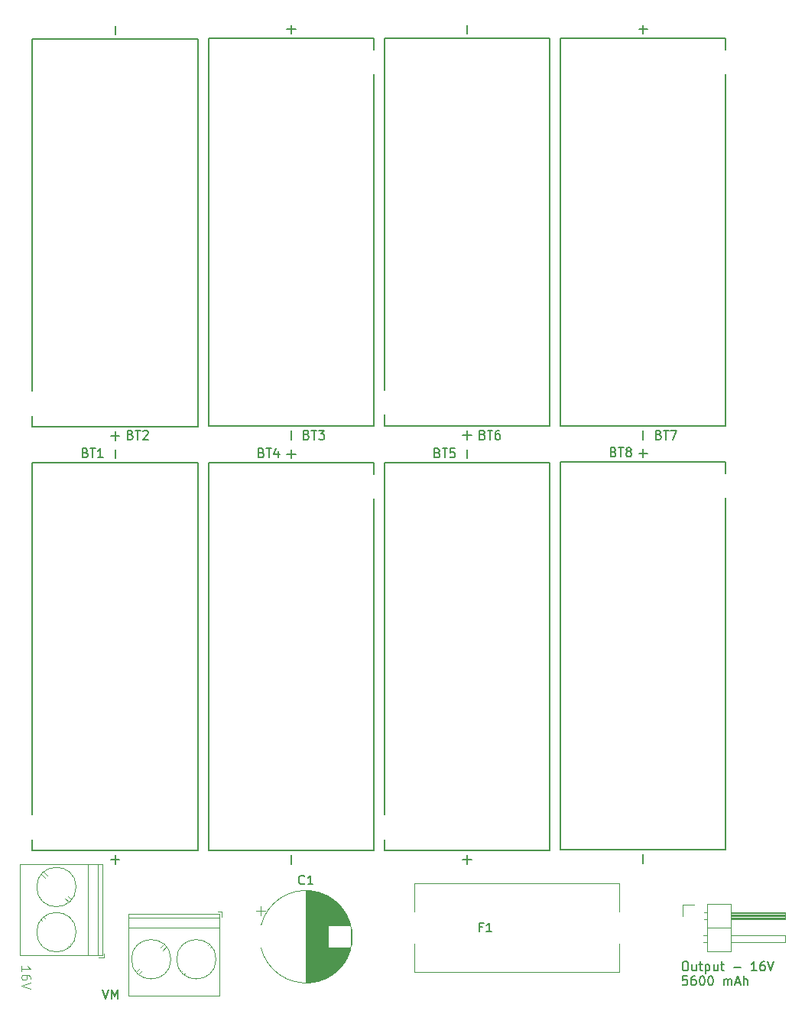
<source format=gbr>
%TF.GenerationSoftware,KiCad,Pcbnew,8.0.2*%
%TF.CreationDate,2024-06-24T22:12:58+02:00*%
%TF.ProjectId,Robo_V2.1,526f626f-5f56-4322-9e31-2e6b69636164,rev?*%
%TF.SameCoordinates,Original*%
%TF.FileFunction,Legend,Top*%
%TF.FilePolarity,Positive*%
%FSLAX46Y46*%
G04 Gerber Fmt 4.6, Leading zero omitted, Abs format (unit mm)*
G04 Created by KiCad (PCBNEW 8.0.2) date 2024-06-24 22:12:58*
%MOMM*%
%LPD*%
G01*
G04 APERTURE LIST*
%ADD10C,0.200000*%
%ADD11C,0.100000*%
%ADD12C,0.150000*%
%ADD13C,0.127000*%
%ADD14C,0.120000*%
G04 APERTURE END LIST*
D10*
X110095238Y-158367219D02*
X110428571Y-159367219D01*
X110428571Y-159367219D02*
X110761904Y-158367219D01*
X111095238Y-159367219D02*
X111095238Y-158367219D01*
X111095238Y-158367219D02*
X111428571Y-159081504D01*
X111428571Y-159081504D02*
X111761904Y-158367219D01*
X111761904Y-158367219D02*
X111761904Y-159367219D01*
D11*
X101127580Y-156327693D02*
X101127580Y-155756265D01*
X101127580Y-156041979D02*
X102127580Y-156041979D01*
X102127580Y-156041979D02*
X101984723Y-155946741D01*
X101984723Y-155946741D02*
X101889485Y-155851503D01*
X101889485Y-155851503D02*
X101841866Y-155756265D01*
X102127580Y-157184836D02*
X102127580Y-156994360D01*
X102127580Y-156994360D02*
X102079961Y-156899122D01*
X102079961Y-156899122D02*
X102032342Y-156851503D01*
X102032342Y-156851503D02*
X101889485Y-156756265D01*
X101889485Y-156756265D02*
X101699009Y-156708646D01*
X101699009Y-156708646D02*
X101318057Y-156708646D01*
X101318057Y-156708646D02*
X101222819Y-156756265D01*
X101222819Y-156756265D02*
X101175200Y-156803884D01*
X101175200Y-156803884D02*
X101127580Y-156899122D01*
X101127580Y-156899122D02*
X101127580Y-157089598D01*
X101127580Y-157089598D02*
X101175200Y-157184836D01*
X101175200Y-157184836D02*
X101222819Y-157232455D01*
X101222819Y-157232455D02*
X101318057Y-157280074D01*
X101318057Y-157280074D02*
X101556152Y-157280074D01*
X101556152Y-157280074D02*
X101651390Y-157232455D01*
X101651390Y-157232455D02*
X101699009Y-157184836D01*
X101699009Y-157184836D02*
X101746628Y-157089598D01*
X101746628Y-157089598D02*
X101746628Y-156899122D01*
X101746628Y-156899122D02*
X101699009Y-156803884D01*
X101699009Y-156803884D02*
X101651390Y-156756265D01*
X101651390Y-156756265D02*
X101556152Y-156708646D01*
X102127580Y-157565789D02*
X101127580Y-157899122D01*
X101127580Y-157899122D02*
X102127580Y-158232455D01*
D10*
X174560149Y-155257275D02*
X174750625Y-155257275D01*
X174750625Y-155257275D02*
X174845863Y-155304894D01*
X174845863Y-155304894D02*
X174941101Y-155400132D01*
X174941101Y-155400132D02*
X174988720Y-155590608D01*
X174988720Y-155590608D02*
X174988720Y-155923941D01*
X174988720Y-155923941D02*
X174941101Y-156114417D01*
X174941101Y-156114417D02*
X174845863Y-156209656D01*
X174845863Y-156209656D02*
X174750625Y-156257275D01*
X174750625Y-156257275D02*
X174560149Y-156257275D01*
X174560149Y-156257275D02*
X174464911Y-156209656D01*
X174464911Y-156209656D02*
X174369673Y-156114417D01*
X174369673Y-156114417D02*
X174322054Y-155923941D01*
X174322054Y-155923941D02*
X174322054Y-155590608D01*
X174322054Y-155590608D02*
X174369673Y-155400132D01*
X174369673Y-155400132D02*
X174464911Y-155304894D01*
X174464911Y-155304894D02*
X174560149Y-155257275D01*
X175845863Y-155590608D02*
X175845863Y-156257275D01*
X175417292Y-155590608D02*
X175417292Y-156114417D01*
X175417292Y-156114417D02*
X175464911Y-156209656D01*
X175464911Y-156209656D02*
X175560149Y-156257275D01*
X175560149Y-156257275D02*
X175703006Y-156257275D01*
X175703006Y-156257275D02*
X175798244Y-156209656D01*
X175798244Y-156209656D02*
X175845863Y-156162036D01*
X176179197Y-155590608D02*
X176560149Y-155590608D01*
X176322054Y-155257275D02*
X176322054Y-156114417D01*
X176322054Y-156114417D02*
X176369673Y-156209656D01*
X176369673Y-156209656D02*
X176464911Y-156257275D01*
X176464911Y-156257275D02*
X176560149Y-156257275D01*
X176893483Y-155590608D02*
X176893483Y-156590608D01*
X176893483Y-155638227D02*
X176988721Y-155590608D01*
X176988721Y-155590608D02*
X177179197Y-155590608D01*
X177179197Y-155590608D02*
X177274435Y-155638227D01*
X177274435Y-155638227D02*
X177322054Y-155685846D01*
X177322054Y-155685846D02*
X177369673Y-155781084D01*
X177369673Y-155781084D02*
X177369673Y-156066798D01*
X177369673Y-156066798D02*
X177322054Y-156162036D01*
X177322054Y-156162036D02*
X177274435Y-156209656D01*
X177274435Y-156209656D02*
X177179197Y-156257275D01*
X177179197Y-156257275D02*
X176988721Y-156257275D01*
X176988721Y-156257275D02*
X176893483Y-156209656D01*
X178226816Y-155590608D02*
X178226816Y-156257275D01*
X177798245Y-155590608D02*
X177798245Y-156114417D01*
X177798245Y-156114417D02*
X177845864Y-156209656D01*
X177845864Y-156209656D02*
X177941102Y-156257275D01*
X177941102Y-156257275D02*
X178083959Y-156257275D01*
X178083959Y-156257275D02*
X178179197Y-156209656D01*
X178179197Y-156209656D02*
X178226816Y-156162036D01*
X178560150Y-155590608D02*
X178941102Y-155590608D01*
X178703007Y-155257275D02*
X178703007Y-156114417D01*
X178703007Y-156114417D02*
X178750626Y-156209656D01*
X178750626Y-156209656D02*
X178845864Y-156257275D01*
X178845864Y-156257275D02*
X178941102Y-156257275D01*
X180036341Y-155876322D02*
X180798246Y-155876322D01*
X182560150Y-156257275D02*
X181988722Y-156257275D01*
X182274436Y-156257275D02*
X182274436Y-155257275D01*
X182274436Y-155257275D02*
X182179198Y-155400132D01*
X182179198Y-155400132D02*
X182083960Y-155495370D01*
X182083960Y-155495370D02*
X181988722Y-155542989D01*
X183417293Y-155257275D02*
X183226817Y-155257275D01*
X183226817Y-155257275D02*
X183131579Y-155304894D01*
X183131579Y-155304894D02*
X183083960Y-155352513D01*
X183083960Y-155352513D02*
X182988722Y-155495370D01*
X182988722Y-155495370D02*
X182941103Y-155685846D01*
X182941103Y-155685846D02*
X182941103Y-156066798D01*
X182941103Y-156066798D02*
X182988722Y-156162036D01*
X182988722Y-156162036D02*
X183036341Y-156209656D01*
X183036341Y-156209656D02*
X183131579Y-156257275D01*
X183131579Y-156257275D02*
X183322055Y-156257275D01*
X183322055Y-156257275D02*
X183417293Y-156209656D01*
X183417293Y-156209656D02*
X183464912Y-156162036D01*
X183464912Y-156162036D02*
X183512531Y-156066798D01*
X183512531Y-156066798D02*
X183512531Y-155828703D01*
X183512531Y-155828703D02*
X183464912Y-155733465D01*
X183464912Y-155733465D02*
X183417293Y-155685846D01*
X183417293Y-155685846D02*
X183322055Y-155638227D01*
X183322055Y-155638227D02*
X183131579Y-155638227D01*
X183131579Y-155638227D02*
X183036341Y-155685846D01*
X183036341Y-155685846D02*
X182988722Y-155733465D01*
X182988722Y-155733465D02*
X182941103Y-155828703D01*
X183798246Y-155257275D02*
X184131579Y-156257275D01*
X184131579Y-156257275D02*
X184464912Y-155257275D01*
X174845863Y-156867219D02*
X174369673Y-156867219D01*
X174369673Y-156867219D02*
X174322054Y-157343409D01*
X174322054Y-157343409D02*
X174369673Y-157295790D01*
X174369673Y-157295790D02*
X174464911Y-157248171D01*
X174464911Y-157248171D02*
X174703006Y-157248171D01*
X174703006Y-157248171D02*
X174798244Y-157295790D01*
X174798244Y-157295790D02*
X174845863Y-157343409D01*
X174845863Y-157343409D02*
X174893482Y-157438647D01*
X174893482Y-157438647D02*
X174893482Y-157676742D01*
X174893482Y-157676742D02*
X174845863Y-157771980D01*
X174845863Y-157771980D02*
X174798244Y-157819600D01*
X174798244Y-157819600D02*
X174703006Y-157867219D01*
X174703006Y-157867219D02*
X174464911Y-157867219D01*
X174464911Y-157867219D02*
X174369673Y-157819600D01*
X174369673Y-157819600D02*
X174322054Y-157771980D01*
X175750625Y-156867219D02*
X175560149Y-156867219D01*
X175560149Y-156867219D02*
X175464911Y-156914838D01*
X175464911Y-156914838D02*
X175417292Y-156962457D01*
X175417292Y-156962457D02*
X175322054Y-157105314D01*
X175322054Y-157105314D02*
X175274435Y-157295790D01*
X175274435Y-157295790D02*
X175274435Y-157676742D01*
X175274435Y-157676742D02*
X175322054Y-157771980D01*
X175322054Y-157771980D02*
X175369673Y-157819600D01*
X175369673Y-157819600D02*
X175464911Y-157867219D01*
X175464911Y-157867219D02*
X175655387Y-157867219D01*
X175655387Y-157867219D02*
X175750625Y-157819600D01*
X175750625Y-157819600D02*
X175798244Y-157771980D01*
X175798244Y-157771980D02*
X175845863Y-157676742D01*
X175845863Y-157676742D02*
X175845863Y-157438647D01*
X175845863Y-157438647D02*
X175798244Y-157343409D01*
X175798244Y-157343409D02*
X175750625Y-157295790D01*
X175750625Y-157295790D02*
X175655387Y-157248171D01*
X175655387Y-157248171D02*
X175464911Y-157248171D01*
X175464911Y-157248171D02*
X175369673Y-157295790D01*
X175369673Y-157295790D02*
X175322054Y-157343409D01*
X175322054Y-157343409D02*
X175274435Y-157438647D01*
X176464911Y-156867219D02*
X176560149Y-156867219D01*
X176560149Y-156867219D02*
X176655387Y-156914838D01*
X176655387Y-156914838D02*
X176703006Y-156962457D01*
X176703006Y-156962457D02*
X176750625Y-157057695D01*
X176750625Y-157057695D02*
X176798244Y-157248171D01*
X176798244Y-157248171D02*
X176798244Y-157486266D01*
X176798244Y-157486266D02*
X176750625Y-157676742D01*
X176750625Y-157676742D02*
X176703006Y-157771980D01*
X176703006Y-157771980D02*
X176655387Y-157819600D01*
X176655387Y-157819600D02*
X176560149Y-157867219D01*
X176560149Y-157867219D02*
X176464911Y-157867219D01*
X176464911Y-157867219D02*
X176369673Y-157819600D01*
X176369673Y-157819600D02*
X176322054Y-157771980D01*
X176322054Y-157771980D02*
X176274435Y-157676742D01*
X176274435Y-157676742D02*
X176226816Y-157486266D01*
X176226816Y-157486266D02*
X176226816Y-157248171D01*
X176226816Y-157248171D02*
X176274435Y-157057695D01*
X176274435Y-157057695D02*
X176322054Y-156962457D01*
X176322054Y-156962457D02*
X176369673Y-156914838D01*
X176369673Y-156914838D02*
X176464911Y-156867219D01*
X177417292Y-156867219D02*
X177512530Y-156867219D01*
X177512530Y-156867219D02*
X177607768Y-156914838D01*
X177607768Y-156914838D02*
X177655387Y-156962457D01*
X177655387Y-156962457D02*
X177703006Y-157057695D01*
X177703006Y-157057695D02*
X177750625Y-157248171D01*
X177750625Y-157248171D02*
X177750625Y-157486266D01*
X177750625Y-157486266D02*
X177703006Y-157676742D01*
X177703006Y-157676742D02*
X177655387Y-157771980D01*
X177655387Y-157771980D02*
X177607768Y-157819600D01*
X177607768Y-157819600D02*
X177512530Y-157867219D01*
X177512530Y-157867219D02*
X177417292Y-157867219D01*
X177417292Y-157867219D02*
X177322054Y-157819600D01*
X177322054Y-157819600D02*
X177274435Y-157771980D01*
X177274435Y-157771980D02*
X177226816Y-157676742D01*
X177226816Y-157676742D02*
X177179197Y-157486266D01*
X177179197Y-157486266D02*
X177179197Y-157248171D01*
X177179197Y-157248171D02*
X177226816Y-157057695D01*
X177226816Y-157057695D02*
X177274435Y-156962457D01*
X177274435Y-156962457D02*
X177322054Y-156914838D01*
X177322054Y-156914838D02*
X177417292Y-156867219D01*
X178941102Y-157867219D02*
X178941102Y-157200552D01*
X178941102Y-157295790D02*
X178988721Y-157248171D01*
X178988721Y-157248171D02*
X179083959Y-157200552D01*
X179083959Y-157200552D02*
X179226816Y-157200552D01*
X179226816Y-157200552D02*
X179322054Y-157248171D01*
X179322054Y-157248171D02*
X179369673Y-157343409D01*
X179369673Y-157343409D02*
X179369673Y-157867219D01*
X179369673Y-157343409D02*
X179417292Y-157248171D01*
X179417292Y-157248171D02*
X179512530Y-157200552D01*
X179512530Y-157200552D02*
X179655387Y-157200552D01*
X179655387Y-157200552D02*
X179750626Y-157248171D01*
X179750626Y-157248171D02*
X179798245Y-157343409D01*
X179798245Y-157343409D02*
X179798245Y-157867219D01*
X180226816Y-157581504D02*
X180703006Y-157581504D01*
X180131578Y-157867219D02*
X180464911Y-156867219D01*
X180464911Y-156867219D02*
X180798244Y-157867219D01*
X181131578Y-157867219D02*
X181131578Y-156867219D01*
X181560149Y-157867219D02*
X181560149Y-157343409D01*
X181560149Y-157343409D02*
X181512530Y-157248171D01*
X181512530Y-157248171D02*
X181417292Y-157200552D01*
X181417292Y-157200552D02*
X181274435Y-157200552D01*
X181274435Y-157200552D02*
X181179197Y-157248171D01*
X181179197Y-157248171D02*
X181131578Y-157295790D01*
D12*
X147214285Y-98931009D02*
X147357142Y-98978628D01*
X147357142Y-98978628D02*
X147404761Y-99026247D01*
X147404761Y-99026247D02*
X147452380Y-99121485D01*
X147452380Y-99121485D02*
X147452380Y-99264342D01*
X147452380Y-99264342D02*
X147404761Y-99359580D01*
X147404761Y-99359580D02*
X147357142Y-99407200D01*
X147357142Y-99407200D02*
X147261904Y-99454819D01*
X147261904Y-99454819D02*
X146880952Y-99454819D01*
X146880952Y-99454819D02*
X146880952Y-98454819D01*
X146880952Y-98454819D02*
X147214285Y-98454819D01*
X147214285Y-98454819D02*
X147309523Y-98502438D01*
X147309523Y-98502438D02*
X147357142Y-98550057D01*
X147357142Y-98550057D02*
X147404761Y-98645295D01*
X147404761Y-98645295D02*
X147404761Y-98740533D01*
X147404761Y-98740533D02*
X147357142Y-98835771D01*
X147357142Y-98835771D02*
X147309523Y-98883390D01*
X147309523Y-98883390D02*
X147214285Y-98931009D01*
X147214285Y-98931009D02*
X146880952Y-98931009D01*
X147738095Y-98454819D02*
X148309523Y-98454819D01*
X148023809Y-99454819D02*
X148023809Y-98454819D01*
X149119047Y-98454819D02*
X148642857Y-98454819D01*
X148642857Y-98454819D02*
X148595238Y-98931009D01*
X148595238Y-98931009D02*
X148642857Y-98883390D01*
X148642857Y-98883390D02*
X148738095Y-98835771D01*
X148738095Y-98835771D02*
X148976190Y-98835771D01*
X148976190Y-98835771D02*
X149071428Y-98883390D01*
X149071428Y-98883390D02*
X149119047Y-98931009D01*
X149119047Y-98931009D02*
X149166666Y-99026247D01*
X149166666Y-99026247D02*
X149166666Y-99264342D01*
X149166666Y-99264342D02*
X149119047Y-99359580D01*
X149119047Y-99359580D02*
X149071428Y-99407200D01*
X149071428Y-99407200D02*
X148976190Y-99454819D01*
X148976190Y-99454819D02*
X148738095Y-99454819D01*
X148738095Y-99454819D02*
X148642857Y-99407200D01*
X148642857Y-99407200D02*
X148595238Y-99359580D01*
X108214285Y-98931009D02*
X108357142Y-98978628D01*
X108357142Y-98978628D02*
X108404761Y-99026247D01*
X108404761Y-99026247D02*
X108452380Y-99121485D01*
X108452380Y-99121485D02*
X108452380Y-99264342D01*
X108452380Y-99264342D02*
X108404761Y-99359580D01*
X108404761Y-99359580D02*
X108357142Y-99407200D01*
X108357142Y-99407200D02*
X108261904Y-99454819D01*
X108261904Y-99454819D02*
X107880952Y-99454819D01*
X107880952Y-99454819D02*
X107880952Y-98454819D01*
X107880952Y-98454819D02*
X108214285Y-98454819D01*
X108214285Y-98454819D02*
X108309523Y-98502438D01*
X108309523Y-98502438D02*
X108357142Y-98550057D01*
X108357142Y-98550057D02*
X108404761Y-98645295D01*
X108404761Y-98645295D02*
X108404761Y-98740533D01*
X108404761Y-98740533D02*
X108357142Y-98835771D01*
X108357142Y-98835771D02*
X108309523Y-98883390D01*
X108309523Y-98883390D02*
X108214285Y-98931009D01*
X108214285Y-98931009D02*
X107880952Y-98931009D01*
X108738095Y-98454819D02*
X109309523Y-98454819D01*
X109023809Y-99454819D02*
X109023809Y-98454819D01*
X110166666Y-99454819D02*
X109595238Y-99454819D01*
X109880952Y-99454819D02*
X109880952Y-98454819D01*
X109880952Y-98454819D02*
X109785714Y-98597676D01*
X109785714Y-98597676D02*
X109690476Y-98692914D01*
X109690476Y-98692914D02*
X109595238Y-98740533D01*
X152166666Y-151431009D02*
X151833333Y-151431009D01*
X151833333Y-151954819D02*
X151833333Y-150954819D01*
X151833333Y-150954819D02*
X152309523Y-150954819D01*
X153214285Y-151954819D02*
X152642857Y-151954819D01*
X152928571Y-151954819D02*
X152928571Y-150954819D01*
X152928571Y-150954819D02*
X152833333Y-151097676D01*
X152833333Y-151097676D02*
X152738095Y-151192914D01*
X152738095Y-151192914D02*
X152642857Y-151240533D01*
X132714285Y-96931009D02*
X132857142Y-96978628D01*
X132857142Y-96978628D02*
X132904761Y-97026247D01*
X132904761Y-97026247D02*
X132952380Y-97121485D01*
X132952380Y-97121485D02*
X132952380Y-97264342D01*
X132952380Y-97264342D02*
X132904761Y-97359580D01*
X132904761Y-97359580D02*
X132857142Y-97407200D01*
X132857142Y-97407200D02*
X132761904Y-97454819D01*
X132761904Y-97454819D02*
X132380952Y-97454819D01*
X132380952Y-97454819D02*
X132380952Y-96454819D01*
X132380952Y-96454819D02*
X132714285Y-96454819D01*
X132714285Y-96454819D02*
X132809523Y-96502438D01*
X132809523Y-96502438D02*
X132857142Y-96550057D01*
X132857142Y-96550057D02*
X132904761Y-96645295D01*
X132904761Y-96645295D02*
X132904761Y-96740533D01*
X132904761Y-96740533D02*
X132857142Y-96835771D01*
X132857142Y-96835771D02*
X132809523Y-96883390D01*
X132809523Y-96883390D02*
X132714285Y-96931009D01*
X132714285Y-96931009D02*
X132380952Y-96931009D01*
X133238095Y-96454819D02*
X133809523Y-96454819D01*
X133523809Y-97454819D02*
X133523809Y-96454819D01*
X134047619Y-96454819D02*
X134666666Y-96454819D01*
X134666666Y-96454819D02*
X134333333Y-96835771D01*
X134333333Y-96835771D02*
X134476190Y-96835771D01*
X134476190Y-96835771D02*
X134571428Y-96883390D01*
X134571428Y-96883390D02*
X134619047Y-96931009D01*
X134619047Y-96931009D02*
X134666666Y-97026247D01*
X134666666Y-97026247D02*
X134666666Y-97264342D01*
X134666666Y-97264342D02*
X134619047Y-97359580D01*
X134619047Y-97359580D02*
X134571428Y-97407200D01*
X134571428Y-97407200D02*
X134476190Y-97454819D01*
X134476190Y-97454819D02*
X134190476Y-97454819D01*
X134190476Y-97454819D02*
X134095238Y-97407200D01*
X134095238Y-97407200D02*
X134047619Y-97359580D01*
X166714285Y-98841009D02*
X166857142Y-98888628D01*
X166857142Y-98888628D02*
X166904761Y-98936247D01*
X166904761Y-98936247D02*
X166952380Y-99031485D01*
X166952380Y-99031485D02*
X166952380Y-99174342D01*
X166952380Y-99174342D02*
X166904761Y-99269580D01*
X166904761Y-99269580D02*
X166857142Y-99317200D01*
X166857142Y-99317200D02*
X166761904Y-99364819D01*
X166761904Y-99364819D02*
X166380952Y-99364819D01*
X166380952Y-99364819D02*
X166380952Y-98364819D01*
X166380952Y-98364819D02*
X166714285Y-98364819D01*
X166714285Y-98364819D02*
X166809523Y-98412438D01*
X166809523Y-98412438D02*
X166857142Y-98460057D01*
X166857142Y-98460057D02*
X166904761Y-98555295D01*
X166904761Y-98555295D02*
X166904761Y-98650533D01*
X166904761Y-98650533D02*
X166857142Y-98745771D01*
X166857142Y-98745771D02*
X166809523Y-98793390D01*
X166809523Y-98793390D02*
X166714285Y-98841009D01*
X166714285Y-98841009D02*
X166380952Y-98841009D01*
X167238095Y-98364819D02*
X167809523Y-98364819D01*
X167523809Y-99364819D02*
X167523809Y-98364819D01*
X168285714Y-98793390D02*
X168190476Y-98745771D01*
X168190476Y-98745771D02*
X168142857Y-98698152D01*
X168142857Y-98698152D02*
X168095238Y-98602914D01*
X168095238Y-98602914D02*
X168095238Y-98555295D01*
X168095238Y-98555295D02*
X168142857Y-98460057D01*
X168142857Y-98460057D02*
X168190476Y-98412438D01*
X168190476Y-98412438D02*
X168285714Y-98364819D01*
X168285714Y-98364819D02*
X168476190Y-98364819D01*
X168476190Y-98364819D02*
X168571428Y-98412438D01*
X168571428Y-98412438D02*
X168619047Y-98460057D01*
X168619047Y-98460057D02*
X168666666Y-98555295D01*
X168666666Y-98555295D02*
X168666666Y-98602914D01*
X168666666Y-98602914D02*
X168619047Y-98698152D01*
X168619047Y-98698152D02*
X168571428Y-98745771D01*
X168571428Y-98745771D02*
X168476190Y-98793390D01*
X168476190Y-98793390D02*
X168285714Y-98793390D01*
X168285714Y-98793390D02*
X168190476Y-98841009D01*
X168190476Y-98841009D02*
X168142857Y-98888628D01*
X168142857Y-98888628D02*
X168095238Y-98983866D01*
X168095238Y-98983866D02*
X168095238Y-99174342D01*
X168095238Y-99174342D02*
X168142857Y-99269580D01*
X168142857Y-99269580D02*
X168190476Y-99317200D01*
X168190476Y-99317200D02*
X168285714Y-99364819D01*
X168285714Y-99364819D02*
X168476190Y-99364819D01*
X168476190Y-99364819D02*
X168571428Y-99317200D01*
X168571428Y-99317200D02*
X168619047Y-99269580D01*
X168619047Y-99269580D02*
X168666666Y-99174342D01*
X168666666Y-99174342D02*
X168666666Y-98983866D01*
X168666666Y-98983866D02*
X168619047Y-98888628D01*
X168619047Y-98888628D02*
X168571428Y-98841009D01*
X168571428Y-98841009D02*
X168476190Y-98793390D01*
X127714285Y-98931009D02*
X127857142Y-98978628D01*
X127857142Y-98978628D02*
X127904761Y-99026247D01*
X127904761Y-99026247D02*
X127952380Y-99121485D01*
X127952380Y-99121485D02*
X127952380Y-99264342D01*
X127952380Y-99264342D02*
X127904761Y-99359580D01*
X127904761Y-99359580D02*
X127857142Y-99407200D01*
X127857142Y-99407200D02*
X127761904Y-99454819D01*
X127761904Y-99454819D02*
X127380952Y-99454819D01*
X127380952Y-99454819D02*
X127380952Y-98454819D01*
X127380952Y-98454819D02*
X127714285Y-98454819D01*
X127714285Y-98454819D02*
X127809523Y-98502438D01*
X127809523Y-98502438D02*
X127857142Y-98550057D01*
X127857142Y-98550057D02*
X127904761Y-98645295D01*
X127904761Y-98645295D02*
X127904761Y-98740533D01*
X127904761Y-98740533D02*
X127857142Y-98835771D01*
X127857142Y-98835771D02*
X127809523Y-98883390D01*
X127809523Y-98883390D02*
X127714285Y-98931009D01*
X127714285Y-98931009D02*
X127380952Y-98931009D01*
X128238095Y-98454819D02*
X128809523Y-98454819D01*
X128523809Y-99454819D02*
X128523809Y-98454819D01*
X129571428Y-98788152D02*
X129571428Y-99454819D01*
X129333333Y-98407200D02*
X129095238Y-99121485D01*
X129095238Y-99121485D02*
X129714285Y-99121485D01*
X152214285Y-96931009D02*
X152357142Y-96978628D01*
X152357142Y-96978628D02*
X152404761Y-97026247D01*
X152404761Y-97026247D02*
X152452380Y-97121485D01*
X152452380Y-97121485D02*
X152452380Y-97264342D01*
X152452380Y-97264342D02*
X152404761Y-97359580D01*
X152404761Y-97359580D02*
X152357142Y-97407200D01*
X152357142Y-97407200D02*
X152261904Y-97454819D01*
X152261904Y-97454819D02*
X151880952Y-97454819D01*
X151880952Y-97454819D02*
X151880952Y-96454819D01*
X151880952Y-96454819D02*
X152214285Y-96454819D01*
X152214285Y-96454819D02*
X152309523Y-96502438D01*
X152309523Y-96502438D02*
X152357142Y-96550057D01*
X152357142Y-96550057D02*
X152404761Y-96645295D01*
X152404761Y-96645295D02*
X152404761Y-96740533D01*
X152404761Y-96740533D02*
X152357142Y-96835771D01*
X152357142Y-96835771D02*
X152309523Y-96883390D01*
X152309523Y-96883390D02*
X152214285Y-96931009D01*
X152214285Y-96931009D02*
X151880952Y-96931009D01*
X152738095Y-96454819D02*
X153309523Y-96454819D01*
X153023809Y-97454819D02*
X153023809Y-96454819D01*
X154071428Y-96454819D02*
X153880952Y-96454819D01*
X153880952Y-96454819D02*
X153785714Y-96502438D01*
X153785714Y-96502438D02*
X153738095Y-96550057D01*
X153738095Y-96550057D02*
X153642857Y-96692914D01*
X153642857Y-96692914D02*
X153595238Y-96883390D01*
X153595238Y-96883390D02*
X153595238Y-97264342D01*
X153595238Y-97264342D02*
X153642857Y-97359580D01*
X153642857Y-97359580D02*
X153690476Y-97407200D01*
X153690476Y-97407200D02*
X153785714Y-97454819D01*
X153785714Y-97454819D02*
X153976190Y-97454819D01*
X153976190Y-97454819D02*
X154071428Y-97407200D01*
X154071428Y-97407200D02*
X154119047Y-97359580D01*
X154119047Y-97359580D02*
X154166666Y-97264342D01*
X154166666Y-97264342D02*
X154166666Y-97026247D01*
X154166666Y-97026247D02*
X154119047Y-96931009D01*
X154119047Y-96931009D02*
X154071428Y-96883390D01*
X154071428Y-96883390D02*
X153976190Y-96835771D01*
X153976190Y-96835771D02*
X153785714Y-96835771D01*
X153785714Y-96835771D02*
X153690476Y-96883390D01*
X153690476Y-96883390D02*
X153642857Y-96931009D01*
X153642857Y-96931009D02*
X153595238Y-97026247D01*
X171714285Y-96931009D02*
X171857142Y-96978628D01*
X171857142Y-96978628D02*
X171904761Y-97026247D01*
X171904761Y-97026247D02*
X171952380Y-97121485D01*
X171952380Y-97121485D02*
X171952380Y-97264342D01*
X171952380Y-97264342D02*
X171904761Y-97359580D01*
X171904761Y-97359580D02*
X171857142Y-97407200D01*
X171857142Y-97407200D02*
X171761904Y-97454819D01*
X171761904Y-97454819D02*
X171380952Y-97454819D01*
X171380952Y-97454819D02*
X171380952Y-96454819D01*
X171380952Y-96454819D02*
X171714285Y-96454819D01*
X171714285Y-96454819D02*
X171809523Y-96502438D01*
X171809523Y-96502438D02*
X171857142Y-96550057D01*
X171857142Y-96550057D02*
X171904761Y-96645295D01*
X171904761Y-96645295D02*
X171904761Y-96740533D01*
X171904761Y-96740533D02*
X171857142Y-96835771D01*
X171857142Y-96835771D02*
X171809523Y-96883390D01*
X171809523Y-96883390D02*
X171714285Y-96931009D01*
X171714285Y-96931009D02*
X171380952Y-96931009D01*
X172238095Y-96454819D02*
X172809523Y-96454819D01*
X172523809Y-97454819D02*
X172523809Y-96454819D01*
X173047619Y-96454819D02*
X173714285Y-96454819D01*
X173714285Y-96454819D02*
X173285714Y-97454819D01*
X113214285Y-96931009D02*
X113357142Y-96978628D01*
X113357142Y-96978628D02*
X113404761Y-97026247D01*
X113404761Y-97026247D02*
X113452380Y-97121485D01*
X113452380Y-97121485D02*
X113452380Y-97264342D01*
X113452380Y-97264342D02*
X113404761Y-97359580D01*
X113404761Y-97359580D02*
X113357142Y-97407200D01*
X113357142Y-97407200D02*
X113261904Y-97454819D01*
X113261904Y-97454819D02*
X112880952Y-97454819D01*
X112880952Y-97454819D02*
X112880952Y-96454819D01*
X112880952Y-96454819D02*
X113214285Y-96454819D01*
X113214285Y-96454819D02*
X113309523Y-96502438D01*
X113309523Y-96502438D02*
X113357142Y-96550057D01*
X113357142Y-96550057D02*
X113404761Y-96645295D01*
X113404761Y-96645295D02*
X113404761Y-96740533D01*
X113404761Y-96740533D02*
X113357142Y-96835771D01*
X113357142Y-96835771D02*
X113309523Y-96883390D01*
X113309523Y-96883390D02*
X113214285Y-96931009D01*
X113214285Y-96931009D02*
X112880952Y-96931009D01*
X113738095Y-96454819D02*
X114309523Y-96454819D01*
X114023809Y-97454819D02*
X114023809Y-96454819D01*
X114595238Y-96550057D02*
X114642857Y-96502438D01*
X114642857Y-96502438D02*
X114738095Y-96454819D01*
X114738095Y-96454819D02*
X114976190Y-96454819D01*
X114976190Y-96454819D02*
X115071428Y-96502438D01*
X115071428Y-96502438D02*
X115119047Y-96550057D01*
X115119047Y-96550057D02*
X115166666Y-96645295D01*
X115166666Y-96645295D02*
X115166666Y-96740533D01*
X115166666Y-96740533D02*
X115119047Y-96883390D01*
X115119047Y-96883390D02*
X114547619Y-97454819D01*
X114547619Y-97454819D02*
X115166666Y-97454819D01*
X132465656Y-146609580D02*
X132418037Y-146657200D01*
X132418037Y-146657200D02*
X132275180Y-146704819D01*
X132275180Y-146704819D02*
X132179942Y-146704819D01*
X132179942Y-146704819D02*
X132037085Y-146657200D01*
X132037085Y-146657200D02*
X131941847Y-146561961D01*
X131941847Y-146561961D02*
X131894228Y-146466723D01*
X131894228Y-146466723D02*
X131846609Y-146276247D01*
X131846609Y-146276247D02*
X131846609Y-146133390D01*
X131846609Y-146133390D02*
X131894228Y-145942914D01*
X131894228Y-145942914D02*
X131941847Y-145847676D01*
X131941847Y-145847676D02*
X132037085Y-145752438D01*
X132037085Y-145752438D02*
X132179942Y-145704819D01*
X132179942Y-145704819D02*
X132275180Y-145704819D01*
X132275180Y-145704819D02*
X132418037Y-145752438D01*
X132418037Y-145752438D02*
X132465656Y-145800057D01*
X133418037Y-146704819D02*
X132846609Y-146704819D01*
X133132323Y-146704819D02*
X133132323Y-145704819D01*
X133132323Y-145704819D02*
X133037085Y-145847676D01*
X133037085Y-145847676D02*
X132941847Y-145942914D01*
X132941847Y-145942914D02*
X132846609Y-145990533D01*
D13*
%TO.C,BT5*%
X141355000Y-100035000D02*
X159645000Y-100035000D01*
X141355000Y-138980000D02*
X141355000Y-100035000D01*
X141355000Y-142965000D02*
X141355000Y-141730000D01*
X150000000Y-143945000D02*
X151000000Y-143945000D01*
X150500000Y-99555000D02*
X150500000Y-98555000D01*
X150500000Y-144445000D02*
X150500000Y-143445000D01*
X159645000Y-100035000D02*
X159645000Y-142965000D01*
X159645000Y-142965000D02*
X141355000Y-142965000D01*
%TO.C,BT1*%
X102355000Y-100035000D02*
X120645000Y-100035000D01*
X102355000Y-138980000D02*
X102355000Y-100035000D01*
X102355000Y-142965000D02*
X102355000Y-141730000D01*
X111000000Y-143945000D02*
X112000000Y-143945000D01*
X111500000Y-99555000D02*
X111500000Y-98555000D01*
X111500000Y-144445000D02*
X111500000Y-143445000D01*
X120645000Y-100035000D02*
X120645000Y-142965000D01*
X120645000Y-142965000D02*
X102355000Y-142965000D01*
D14*
%TO.C,F1*%
X144640000Y-146590000D02*
X167360000Y-146590000D01*
X144640000Y-149750000D02*
X144640000Y-146590000D01*
X144640000Y-156410000D02*
X144640000Y-153250000D01*
X144640000Y-156410000D02*
X167360000Y-156410000D01*
X167360000Y-149750000D02*
X167360000Y-146590000D01*
X167360000Y-156410000D02*
X167360000Y-153250000D01*
D13*
%TO.C,BT3*%
X121855000Y-53035000D02*
X140145000Y-53035000D01*
X121855000Y-95965000D02*
X121855000Y-53035000D01*
X131000000Y-51555000D02*
X131000000Y-52555000D01*
X131000000Y-96445000D02*
X131000000Y-97445000D01*
X131500000Y-52055000D02*
X130500000Y-52055000D01*
X140145000Y-53035000D02*
X140145000Y-54270000D01*
X140145000Y-57020000D02*
X140145000Y-95965000D01*
X140145000Y-95965000D02*
X121855000Y-95965000D01*
D14*
%TO.C,Output-16V*%
X174355000Y-148955000D02*
X175625000Y-148955000D01*
X174355000Y-150225000D02*
X174355000Y-148955000D01*
X176667929Y-152385000D02*
X177065000Y-152385000D01*
X176667929Y-153145000D02*
X177065000Y-153145000D01*
X176735000Y-149845000D02*
X177065000Y-149845000D01*
X176735000Y-150605000D02*
X177065000Y-150605000D01*
X177065000Y-148895000D02*
X177065000Y-154095000D01*
X177065000Y-151495000D02*
X179725000Y-151495000D01*
X177065000Y-154095000D02*
X179725000Y-154095000D01*
X179725000Y-148895000D02*
X177065000Y-148895000D01*
X179725000Y-149845000D02*
X185725000Y-149845000D01*
X179725000Y-149905000D02*
X185725000Y-149905000D01*
X179725000Y-150025000D02*
X185725000Y-150025000D01*
X179725000Y-150145000D02*
X185725000Y-150145000D01*
X179725000Y-150265000D02*
X185725000Y-150265000D01*
X179725000Y-150385000D02*
X185725000Y-150385000D01*
X179725000Y-150505000D02*
X185725000Y-150505000D01*
X179725000Y-152385000D02*
X185725000Y-152385000D01*
X179725000Y-154095000D02*
X179725000Y-148895000D01*
X185725000Y-149845000D02*
X185725000Y-150605000D01*
X185725000Y-150605000D02*
X179725000Y-150605000D01*
X185725000Y-152385000D02*
X185725000Y-153145000D01*
X185725000Y-153145000D02*
X179725000Y-153145000D01*
D13*
%TO.C,BT8*%
X160855000Y-99945000D02*
X179145000Y-99945000D01*
X160855000Y-142875000D02*
X160855000Y-99945000D01*
X170000000Y-98465000D02*
X170000000Y-99465000D01*
X170000000Y-143355000D02*
X170000000Y-144355000D01*
X170500000Y-98965000D02*
X169500000Y-98965000D01*
X179145000Y-99945000D02*
X179145000Y-101180000D01*
X179145000Y-103930000D02*
X179145000Y-142875000D01*
X179145000Y-142875000D02*
X160855000Y-142875000D01*
%TO.C,BT4*%
X121855000Y-100035000D02*
X140145000Y-100035000D01*
X121855000Y-142965000D02*
X121855000Y-100035000D01*
X131000000Y-98555000D02*
X131000000Y-99555000D01*
X131000000Y-143445000D02*
X131000000Y-144445000D01*
X131500000Y-99055000D02*
X130500000Y-99055000D01*
X140145000Y-100035000D02*
X140145000Y-101270000D01*
X140145000Y-104020000D02*
X140145000Y-142965000D01*
X140145000Y-142965000D02*
X121855000Y-142965000D01*
%TO.C,BT6*%
X141355000Y-53035000D02*
X159645000Y-53035000D01*
X141355000Y-91980000D02*
X141355000Y-53035000D01*
X141355000Y-95965000D02*
X141355000Y-94730000D01*
X150000000Y-96945000D02*
X151000000Y-96945000D01*
X150500000Y-52555000D02*
X150500000Y-51555000D01*
X150500000Y-97445000D02*
X150500000Y-96445000D01*
X159645000Y-53035000D02*
X159645000Y-95965000D01*
X159645000Y-95965000D02*
X141355000Y-95965000D01*
%TO.C,BT7*%
X160855000Y-53035000D02*
X179145000Y-53035000D01*
X160855000Y-95965000D02*
X160855000Y-53035000D01*
X170000000Y-51555000D02*
X170000000Y-52555000D01*
X170000000Y-96445000D02*
X170000000Y-97445000D01*
X170500000Y-52055000D02*
X169500000Y-52055000D01*
X179145000Y-53035000D02*
X179145000Y-54270000D01*
X179145000Y-57020000D02*
X179145000Y-95965000D01*
X179145000Y-95965000D02*
X160855000Y-95965000D01*
D14*
%TO.C,SW1*%
X100940000Y-144440000D02*
X110060000Y-144440000D01*
X100940000Y-154560000D02*
X100940000Y-144440000D01*
X100940000Y-154560000D02*
X110060000Y-154560000D01*
X103346000Y-145612000D02*
X103726000Y-145992000D01*
X103346000Y-150612000D02*
X103453000Y-150719000D01*
X103612000Y-145346000D02*
X104008000Y-145741000D01*
X103612000Y-150346000D02*
X103719000Y-150453000D01*
X105992000Y-148258000D02*
X106388000Y-148653000D01*
X106274000Y-148007000D02*
X106654000Y-148387000D01*
X106281000Y-153548000D02*
X106388000Y-153654000D01*
X106547000Y-153282000D02*
X106654000Y-153388000D01*
X108500000Y-154560000D02*
X108500000Y-144440000D01*
X109600000Y-154560000D02*
X109600000Y-144440000D01*
X109660000Y-154800000D02*
X110300000Y-154800000D01*
X110060000Y-154560000D02*
X110060000Y-144440000D01*
X110300000Y-154800000D02*
X110300000Y-154400000D01*
X107180000Y-147000000D02*
G75*
G02*
X102820000Y-147000000I-2180000J0D01*
G01*
X102820000Y-147000000D02*
G75*
G02*
X107180000Y-147000000I2180000J0D01*
G01*
X107180000Y-152000000D02*
G75*
G02*
X102820000Y-152000000I-2180000J0D01*
G01*
X102820000Y-152000000D02*
G75*
G02*
X107180000Y-152000000I2180000J0D01*
G01*
D13*
%TO.C,BT2*%
X102355000Y-53125000D02*
X120645000Y-53125000D01*
X102355000Y-92070000D02*
X102355000Y-53125000D01*
X102355000Y-96055000D02*
X102355000Y-94820000D01*
X111000000Y-97035000D02*
X112000000Y-97035000D01*
X111500000Y-52645000D02*
X111500000Y-51645000D01*
X111500000Y-97535000D02*
X111500000Y-96535000D01*
X120645000Y-53125000D02*
X120645000Y-96055000D01*
X120645000Y-96055000D02*
X102355000Y-96055000D01*
D14*
%TO.C,VM*%
X112940000Y-159060000D02*
X112940000Y-149940000D01*
X113846000Y-156388000D02*
X114241000Y-155992000D01*
X114112000Y-156654000D02*
X114492000Y-156274000D01*
X116507000Y-153726000D02*
X116887000Y-153346000D01*
X116758000Y-154008000D02*
X117153000Y-153612000D01*
X118846000Y-156388000D02*
X118953000Y-156281000D01*
X119112000Y-156654000D02*
X119219000Y-156547000D01*
X121782000Y-153453000D02*
X121888000Y-153346000D01*
X122048000Y-153719000D02*
X122154000Y-153612000D01*
X123060000Y-149940000D02*
X112940000Y-149940000D01*
X123060000Y-150400000D02*
X112940000Y-150400000D01*
X123060000Y-151500000D02*
X112940000Y-151500000D01*
X123060000Y-159060000D02*
X112940000Y-159060000D01*
X123060000Y-159060000D02*
X123060000Y-149940000D01*
X123300000Y-149700000D02*
X122900000Y-149700000D01*
X123300000Y-150340000D02*
X123300000Y-149700000D01*
X117680000Y-155000000D02*
G75*
G02*
X113320000Y-155000000I-2180000J0D01*
G01*
X113320000Y-155000000D02*
G75*
G02*
X117680000Y-155000000I2180000J0D01*
G01*
X122680000Y-155000000D02*
G75*
G02*
X118320000Y-155000000I-2180000J0D01*
G01*
X118320000Y-155000000D02*
G75*
G02*
X122680000Y-155000000I2180000J0D01*
G01*
%TO.C,C1*%
X127152677Y-149625000D02*
X128152677Y-149625000D01*
X127652677Y-149125000D02*
X127652677Y-150125000D01*
X132632323Y-147420000D02*
X132632323Y-157580000D01*
X132672323Y-147420000D02*
X132672323Y-157580000D01*
X132712323Y-147420000D02*
X132712323Y-157580000D01*
X132752323Y-147421000D02*
X132752323Y-157579000D01*
X132792323Y-147422000D02*
X132792323Y-157578000D01*
X132832323Y-147423000D02*
X132832323Y-157577000D01*
X132872323Y-147425000D02*
X132872323Y-157575000D01*
X132912323Y-147427000D02*
X132912323Y-157573000D01*
X132952323Y-147430000D02*
X132952323Y-157570000D01*
X132992323Y-147432000D02*
X132992323Y-157568000D01*
X133032323Y-147435000D02*
X133032323Y-157565000D01*
X133072323Y-147438000D02*
X133072323Y-157562000D01*
X133112323Y-147442000D02*
X133112323Y-157558000D01*
X133152323Y-147446000D02*
X133152323Y-157554000D01*
X133192323Y-147450000D02*
X133192323Y-157550000D01*
X133232323Y-147455000D02*
X133232323Y-157545000D01*
X133272323Y-147460000D02*
X133272323Y-157540000D01*
X133312323Y-147465000D02*
X133312323Y-157535000D01*
X133353323Y-147470000D02*
X133353323Y-157530000D01*
X133393323Y-147476000D02*
X133393323Y-157524000D01*
X133433323Y-147482000D02*
X133433323Y-157518000D01*
X133473323Y-147489000D02*
X133473323Y-157511000D01*
X133513323Y-147496000D02*
X133513323Y-157504000D01*
X133553323Y-147503000D02*
X133553323Y-157497000D01*
X133593323Y-147510000D02*
X133593323Y-157490000D01*
X133633323Y-147518000D02*
X133633323Y-157482000D01*
X133673323Y-147526000D02*
X133673323Y-157474000D01*
X133713323Y-147535000D02*
X133713323Y-157465000D01*
X133753323Y-147544000D02*
X133753323Y-157456000D01*
X133793323Y-147553000D02*
X133793323Y-157447000D01*
X133833323Y-147562000D02*
X133833323Y-157438000D01*
X133873323Y-147572000D02*
X133873323Y-157428000D01*
X133913323Y-147582000D02*
X133913323Y-157418000D01*
X133953323Y-147593000D02*
X133953323Y-157407000D01*
X133993323Y-147603000D02*
X133993323Y-157397000D01*
X134033323Y-147615000D02*
X134033323Y-157385000D01*
X134073323Y-147626000D02*
X134073323Y-157374000D01*
X134113323Y-147638000D02*
X134113323Y-157362000D01*
X134153323Y-147650000D02*
X134153323Y-157350000D01*
X134193323Y-147663000D02*
X134193323Y-157337000D01*
X134233323Y-147676000D02*
X134233323Y-157324000D01*
X134273323Y-147689000D02*
X134273323Y-157311000D01*
X134313323Y-147703000D02*
X134313323Y-157297000D01*
X134353323Y-147717000D02*
X134353323Y-157283000D01*
X134393323Y-147732000D02*
X134393323Y-157268000D01*
X134433323Y-147746000D02*
X134433323Y-157254000D01*
X134473323Y-147762000D02*
X134473323Y-157238000D01*
X134513323Y-147777000D02*
X134513323Y-157223000D01*
X134553323Y-147793000D02*
X134553323Y-157207000D01*
X134593323Y-147810000D02*
X134593323Y-157190000D01*
X134633323Y-147826000D02*
X134633323Y-157174000D01*
X134673323Y-147843000D02*
X134673323Y-157157000D01*
X134713323Y-147861000D02*
X134713323Y-157139000D01*
X134753323Y-147879000D02*
X134753323Y-157121000D01*
X134793323Y-147897000D02*
X134793323Y-157103000D01*
X134833323Y-147916000D02*
X134833323Y-157084000D01*
X134873323Y-147936000D02*
X134873323Y-157064000D01*
X134913323Y-147955000D02*
X134913323Y-157045000D01*
X134953323Y-147975000D02*
X134953323Y-157025000D01*
X134993323Y-147996000D02*
X134993323Y-157004000D01*
X135033323Y-148017000D02*
X135033323Y-156983000D01*
X135073323Y-148038000D02*
X135073323Y-156962000D01*
X135113323Y-148060000D02*
X135113323Y-156940000D01*
X135153323Y-148083000D02*
X135153323Y-151259000D01*
X135153323Y-153741000D02*
X135153323Y-156917000D01*
X135193323Y-148105000D02*
X135193323Y-151259000D01*
X135193323Y-153741000D02*
X135193323Y-156895000D01*
X135233323Y-148129000D02*
X135233323Y-151259000D01*
X135233323Y-153741000D02*
X135233323Y-156871000D01*
X135273323Y-148153000D02*
X135273323Y-151259000D01*
X135273323Y-153741000D02*
X135273323Y-156847000D01*
X135313323Y-148177000D02*
X135313323Y-151259000D01*
X135313323Y-153741000D02*
X135313323Y-156823000D01*
X135353323Y-148202000D02*
X135353323Y-151259000D01*
X135353323Y-153741000D02*
X135353323Y-156798000D01*
X135393323Y-148227000D02*
X135393323Y-151259000D01*
X135393323Y-153741000D02*
X135393323Y-156773000D01*
X135433323Y-148253000D02*
X135433323Y-151259000D01*
X135433323Y-153741000D02*
X135433323Y-156747000D01*
X135473323Y-148279000D02*
X135473323Y-151259000D01*
X135473323Y-153741000D02*
X135473323Y-156721000D01*
X135513323Y-148306000D02*
X135513323Y-151259000D01*
X135513323Y-153741000D02*
X135513323Y-156694000D01*
X135553323Y-148334000D02*
X135553323Y-151259000D01*
X135553323Y-153741000D02*
X135553323Y-156666000D01*
X135593323Y-148362000D02*
X135593323Y-151259000D01*
X135593323Y-153741000D02*
X135593323Y-156638000D01*
X135633323Y-148390000D02*
X135633323Y-151259000D01*
X135633323Y-153741000D02*
X135633323Y-156610000D01*
X135673323Y-148420000D02*
X135673323Y-151259000D01*
X135673323Y-153741000D02*
X135673323Y-156580000D01*
X135713323Y-148450000D02*
X135713323Y-151259000D01*
X135713323Y-153741000D02*
X135713323Y-156550000D01*
X135753323Y-148480000D02*
X135753323Y-151259000D01*
X135753323Y-153741000D02*
X135753323Y-156520000D01*
X135793323Y-148511000D02*
X135793323Y-151259000D01*
X135793323Y-153741000D02*
X135793323Y-156489000D01*
X135833323Y-148543000D02*
X135833323Y-151259000D01*
X135833323Y-153741000D02*
X135833323Y-156457000D01*
X135873323Y-148575000D02*
X135873323Y-151259000D01*
X135873323Y-153741000D02*
X135873323Y-156425000D01*
X135913323Y-148608000D02*
X135913323Y-151259000D01*
X135913323Y-153741000D02*
X135913323Y-156392000D01*
X135953323Y-148642000D02*
X135953323Y-151259000D01*
X135953323Y-153741000D02*
X135953323Y-156358000D01*
X135993323Y-148676000D02*
X135993323Y-151259000D01*
X135993323Y-153741000D02*
X135993323Y-156324000D01*
X136033323Y-148711000D02*
X136033323Y-151259000D01*
X136033323Y-153741000D02*
X136033323Y-156289000D01*
X136073323Y-148747000D02*
X136073323Y-151259000D01*
X136073323Y-153741000D02*
X136073323Y-156253000D01*
X136113323Y-148784000D02*
X136113323Y-151259000D01*
X136113323Y-153741000D02*
X136113323Y-156216000D01*
X136153323Y-148821000D02*
X136153323Y-151259000D01*
X136153323Y-153741000D02*
X136153323Y-156179000D01*
X136193323Y-148860000D02*
X136193323Y-151259000D01*
X136193323Y-153741000D02*
X136193323Y-156140000D01*
X136233323Y-148899000D02*
X136233323Y-151259000D01*
X136233323Y-153741000D02*
X136233323Y-156101000D01*
X136273323Y-148939000D02*
X136273323Y-151259000D01*
X136273323Y-153741000D02*
X136273323Y-156061000D01*
X136313323Y-148980000D02*
X136313323Y-151259000D01*
X136313323Y-153741000D02*
X136313323Y-156020000D01*
X136353323Y-149022000D02*
X136353323Y-151259000D01*
X136353323Y-153741000D02*
X136353323Y-155978000D01*
X136393323Y-149064000D02*
X136393323Y-151259000D01*
X136393323Y-153741000D02*
X136393323Y-155936000D01*
X136433323Y-149108000D02*
X136433323Y-151259000D01*
X136433323Y-153741000D02*
X136433323Y-155892000D01*
X136473323Y-149153000D02*
X136473323Y-151259000D01*
X136473323Y-153741000D02*
X136473323Y-155847000D01*
X136513323Y-149199000D02*
X136513323Y-151259000D01*
X136513323Y-153741000D02*
X136513323Y-155801000D01*
X136553323Y-149246000D02*
X136553323Y-151259000D01*
X136553323Y-153741000D02*
X136553323Y-155754000D01*
X136593323Y-149294000D02*
X136593323Y-151259000D01*
X136593323Y-153741000D02*
X136593323Y-155706000D01*
X136633323Y-149344000D02*
X136633323Y-151259000D01*
X136633323Y-153741000D02*
X136633323Y-155656000D01*
X136673323Y-149394000D02*
X136673323Y-151259000D01*
X136673323Y-153741000D02*
X136673323Y-155606000D01*
X136713323Y-149446000D02*
X136713323Y-151259000D01*
X136713323Y-153741000D02*
X136713323Y-155554000D01*
X136753323Y-149500000D02*
X136753323Y-151259000D01*
X136753323Y-153741000D02*
X136753323Y-155500000D01*
X136793323Y-149555000D02*
X136793323Y-151259000D01*
X136793323Y-153741000D02*
X136793323Y-155445000D01*
X136833323Y-149611000D02*
X136833323Y-151259000D01*
X136833323Y-153741000D02*
X136833323Y-155389000D01*
X136873323Y-149670000D02*
X136873323Y-151259000D01*
X136873323Y-153741000D02*
X136873323Y-155330000D01*
X136913323Y-149730000D02*
X136913323Y-151259000D01*
X136913323Y-153741000D02*
X136913323Y-155270000D01*
X136953323Y-149791000D02*
X136953323Y-151259000D01*
X136953323Y-153741000D02*
X136953323Y-155209000D01*
X136993323Y-149855000D02*
X136993323Y-151259000D01*
X136993323Y-153741000D02*
X136993323Y-155145000D01*
X137033323Y-149921000D02*
X137033323Y-151259000D01*
X137033323Y-153741000D02*
X137033323Y-155079000D01*
X137073323Y-149990000D02*
X137073323Y-151259000D01*
X137073323Y-153741000D02*
X137073323Y-155010000D01*
X137113323Y-150061000D02*
X137113323Y-151259000D01*
X137113323Y-153741000D02*
X137113323Y-154939000D01*
X137153323Y-150135000D02*
X137153323Y-151259000D01*
X137153323Y-153741000D02*
X137153323Y-154865000D01*
X137193323Y-150211000D02*
X137193323Y-151259000D01*
X137193323Y-153741000D02*
X137193323Y-154789000D01*
X137233323Y-150291000D02*
X137233323Y-151259000D01*
X137233323Y-153741000D02*
X137233323Y-154709000D01*
X137273323Y-150375000D02*
X137273323Y-151259000D01*
X137273323Y-153741000D02*
X137273323Y-154625000D01*
X137313323Y-150463000D02*
X137313323Y-151259000D01*
X137313323Y-153741000D02*
X137313323Y-154537000D01*
X137353323Y-150556000D02*
X137353323Y-151259000D01*
X137353323Y-153741000D02*
X137353323Y-154444000D01*
X137393323Y-150654000D02*
X137393323Y-151259000D01*
X137393323Y-153741000D02*
X137393323Y-154346000D01*
X137433323Y-150758000D02*
X137433323Y-151259000D01*
X137433323Y-153741000D02*
X137433323Y-154242000D01*
X137473323Y-150870000D02*
X137473323Y-151259000D01*
X137473323Y-153741000D02*
X137473323Y-154130000D01*
X137513323Y-150990000D02*
X137513323Y-151259000D01*
X137513323Y-153741000D02*
X137513323Y-154010000D01*
X137553323Y-151122000D02*
X137553323Y-151259000D01*
X137553323Y-153741000D02*
X137553323Y-153878000D01*
X137633323Y-151438000D02*
X137633323Y-153562000D01*
X137673323Y-151638000D02*
X137673323Y-153362000D01*
X137713323Y-151901000D02*
X137713323Y-153099000D01*
X127669783Y-151240000D02*
G75*
G02*
X127669783Y-153760000I4962540J-1260000D01*
G01*
%TD*%
M02*

</source>
